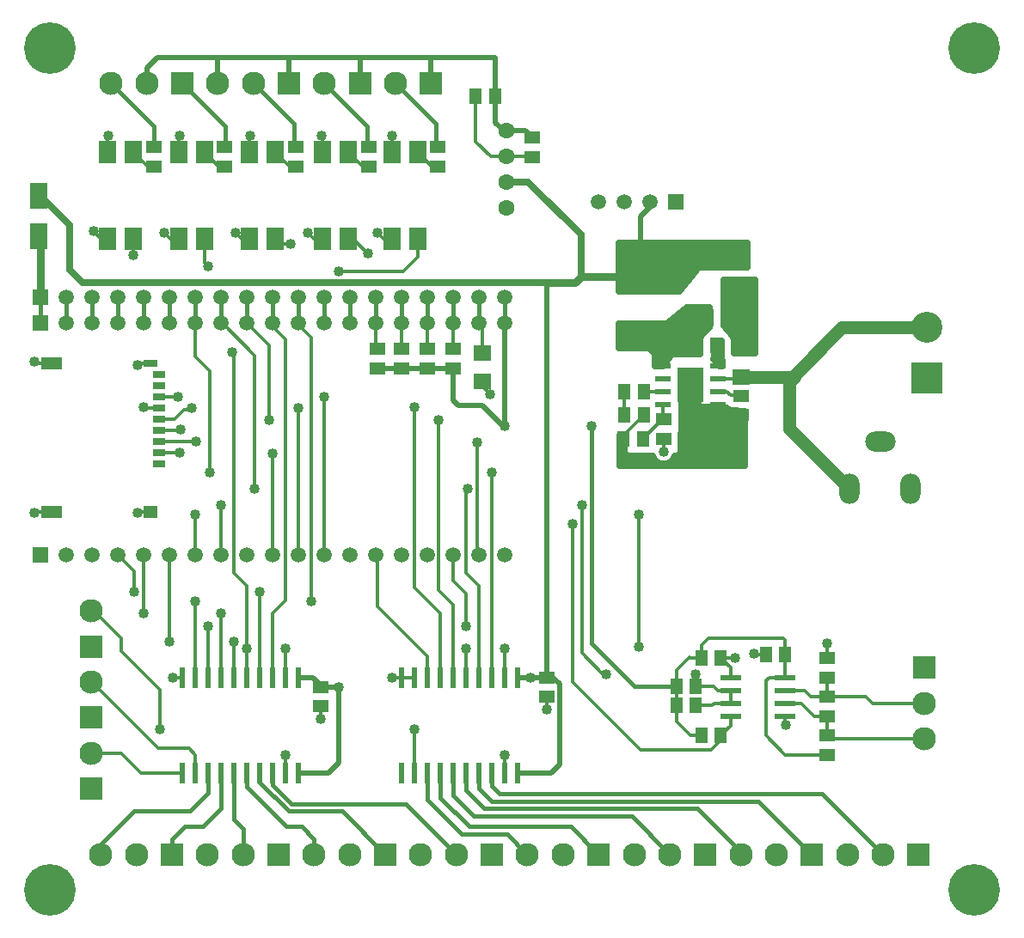
<source format=gbr>
G04 DipTrace 3.3.1.3*
G04 Top.gbr*
%MOIN*%
G04 #@! TF.FileFunction,Copper,L1,Top*
G04 #@! TF.Part,Single*
G04 #@! TA.AperFunction,Conductor*
%ADD14C,0.012*%
%ADD15C,0.02*%
%ADD16C,0.016*%
G04 #@! TA.AperFunction,CopperBalancing*
%ADD18C,0.025*%
G04 #@! TA.AperFunction,ViaPad*
%ADD19C,0.03*%
G04 #@! TA.AperFunction,Conductor*
%ADD20C,0.05*%
%ADD24R,0.070866X0.062992*%
%ADD25R,0.051181X0.059055*%
%ADD26R,0.059055X0.051181*%
%ADD28R,0.098425X0.066929*%
G04 #@! TA.AperFunction,ComponentPad*
%ADD29R,0.059055X0.059055*%
%ADD30C,0.059055*%
%ADD31R,0.051181X0.027559*%
%ADD32R,0.07874X0.047244*%
%ADD33R,0.055118X0.047244*%
%ADD34R,0.055118X0.031496*%
G04 #@! TA.AperFunction,ComponentPad*
%ADD35O,0.07874X0.11811*%
%ADD36O,0.11811X0.07874*%
%ADD37R,0.137795X0.09252*%
G04 #@! TA.AperFunction,ComponentPad*
%ADD38C,0.2*%
%ADD39R,0.066929X0.086614*%
G04 #@! TA.AperFunction,ComponentPad*
%ADD40C,0.062992*%
%ADD41R,0.12X0.12*%
%ADD42C,0.12*%
%ADD43R,0.090551X0.090551*%
%ADD44C,0.090551*%
%ADD46R,0.062992X0.024016*%
%ADD47R,0.10315X0.138189*%
%ADD48R,0.07874X0.023622*%
%ADD49R,0.023622X0.07874*%
%ADD51R,0.066929X0.098425*%
G04 #@! TA.AperFunction,ViaPad*
%ADD52C,0.04*%
%FSLAX26Y26*%
G04*
G70*
G90*
G75*
G01*
G04 Top*
%LPD*%
X3381298Y1356200D2*
D14*
X3381200Y1443700D1*
X3381298Y1356200D2*
X3318700D1*
X3306200Y1343700D1*
Y1131200D1*
X3381003Y1056397D1*
X3543700D1*
X3056397Y1131200D2*
X3013090D1*
X2960039Y1184251D1*
Y1246948D1*
Y1321948D1*
Y1384645D1*
X3009842Y1434448D1*
X3013090Y1431200D1*
X3056397D1*
X3381200Y1443700D2*
Y1500590D1*
X3372342Y1509448D1*
X3084842D1*
X3056397Y1481003D1*
Y1431200D1*
X1799949Y2556200D2*
D15*
X1893700D1*
X1993700D1*
X2093700D1*
X2960039Y1321948D2*
D16*
X2796703D1*
X2631200Y1487451D1*
Y2331200D1*
X1037451Y2318700D2*
D14*
X1034074Y2315323D1*
X952350D1*
X2293700Y2331200D2*
D15*
X2287451D1*
X2206200Y2412451D1*
X2112449D1*
X2093700Y2431200D1*
Y2556200D1*
X2293700Y2731200D2*
D16*
Y2831200D1*
Y2731200D2*
D15*
Y2331200D1*
X2754200Y2282200D2*
D14*
Y2295200D1*
X2832200Y2373200D1*
X3306397Y1443700D2*
X3263090D1*
X3259842Y1446948D1*
X3381298Y1206200D2*
Y1175491D1*
X3384842Y1171948D1*
X2456200Y1231200D2*
Y1281397D1*
X1581200Y1243897D2*
Y1193700D1*
X1443700Y986121D2*
Y1056200D1*
X1043700Y1356200D2*
X1006200D1*
X1943700D2*
X1893700D1*
X1856200D1*
X536995Y2575166D2*
X474734D1*
X468700Y2581200D1*
X536995Y1997213D2*
X472213D1*
X468700Y1993700D1*
X918885Y1997213D2*
X872213D1*
X868700Y1993700D1*
X918885Y2575166D2*
X875166D1*
X868700Y2568700D1*
X952350Y2401938D2*
X897962D1*
X893700Y2406200D1*
X2293700Y986121D2*
Y1056200D1*
X753838Y3059054D2*
X728344D1*
X699949Y3087449D1*
X1029428Y3059054D2*
X997095D1*
X974949Y3081200D1*
X1305019Y3059054D2*
X1272095D1*
X1249949Y3081200D1*
X1587794Y3059054D2*
X1553346D1*
X1531200Y3081200D1*
X1856200Y3059054D2*
X1822095D1*
X1799949Y3081200D1*
X3543700Y1431200D2*
Y1487451D1*
X993700Y2731200D2*
D16*
Y2831200D1*
X2206200Y2506200D2*
D14*
Y2487451D1*
X2237451Y2456200D1*
X1093700Y2731200D2*
D16*
Y2831200D1*
Y2731200D2*
D14*
Y2599949D1*
X1149949Y2543700D1*
Y2149951D1*
X2243700D2*
Y1356200D1*
X1193700Y2731200D2*
D16*
Y2831200D1*
Y2731200D2*
D14*
X1199951D1*
X1324951Y2606200D1*
Y2087451D1*
X2149951D2*
X2143700Y2081200D1*
Y1762451D1*
X2193700Y1712451D1*
Y1356200D1*
X1293700Y2731200D2*
D16*
Y2831200D1*
X2093700Y1356200D2*
D14*
Y1637449D1*
X2037449Y1693700D1*
Y2356200D1*
X1381200D2*
Y2643700D1*
X1293700Y2731200D1*
X1593700D2*
D16*
Y2831200D1*
X1943700Y2406200D2*
D14*
Y1706200D1*
X2043700Y1606200D1*
Y1356200D1*
X1594487Y3661417D2*
D16*
X1761810Y3494094D1*
Y3418109D1*
X1766535Y3413385D1*
X1243700Y1356200D2*
D14*
Y1493700D1*
X993700D2*
Y1831200D1*
X1193700Y1356200D2*
Y1606200D1*
X893700D2*
Y1831200D1*
X2910200Y2230200D2*
Y2282200D1*
X1581200Y1318700D2*
D15*
Y1325834D1*
X1550834Y1356200D1*
X1493700D1*
X2343700D2*
X2394079D1*
X2456200D1*
X1581200Y1318700D2*
X1649949D1*
Y1024949D1*
X1611121Y986121D1*
X1493700D1*
X2456200Y1356200D2*
X2481200D1*
X2506200Y1331200D1*
Y1018700D1*
X2473621Y986121D1*
X2343700D1*
X2456200Y1356200D2*
Y2887451D1*
D19*
X2565361D1*
X2588591Y2910680D1*
X2819754D1*
X2856200Y3199949D2*
D15*
Y3181839D1*
X2819754Y3145393D1*
Y2910680D1*
X2299901Y3277165D2*
D18*
X2385235D1*
X2588591Y3073809D1*
Y2910680D1*
X487449Y3226180D2*
X492469D1*
X606200Y3112451D1*
Y2937449D1*
X656199Y2887451D1*
X2456200D1*
X1993700Y1356200D2*
D14*
Y1437449D1*
X1799949Y1631200D1*
Y1824951D1*
X1793700Y1831200D1*
X1343700Y986121D2*
D16*
Y949606D1*
X1456692Y836613D1*
X1663385D1*
X1830708Y669291D1*
X767716Y3661417D2*
X935039Y3494094D1*
Y3415846D1*
X932578Y3413385D1*
X2106298Y669291D2*
X1909448Y866141D1*
X1466535D1*
X1393700Y938976D1*
Y986121D1*
X3168700Y1206200D2*
D14*
Y1168700D1*
X3131200Y1131200D1*
Y1112451D1*
X3093700Y1074951D1*
X2818700D1*
X2556200Y1337451D1*
Y1949949D1*
X3168700Y1256200D2*
X3106200D1*
X3096948Y1246948D1*
X3034842D1*
X3168700Y1306200D2*
X3118700D1*
X3102952Y1321948D1*
X3034842D1*
X3168700Y1256200D2*
Y1306200D1*
X3034842Y1321948D2*
Y1368700D1*
X2687451D2*
X2674951D1*
X2593700Y1449951D1*
Y2024949D1*
X1193700D2*
Y1831200D1*
X1143700Y1356200D2*
Y1556200D1*
X2143700D2*
Y1681200D1*
X2093700Y1731200D1*
Y1831200D1*
X1493700Y2731200D2*
D16*
Y2831200D1*
X1093700Y1356200D2*
D14*
Y1649951D1*
X1543700D2*
Y2674951D1*
X1493700Y2724951D1*
Y2731200D1*
X1687794Y3059054D2*
X1703346D1*
X1762451Y2999949D1*
X1993700Y2731200D2*
D16*
Y2831200D1*
Y2731200D2*
D14*
Y2631003D1*
X1405019Y3059054D2*
X1397096D1*
X1418700Y3037451D1*
X1462451D1*
X2093700Y2731200D2*
D16*
Y2831200D1*
Y2731200D2*
D14*
Y2631003D1*
X688976Y1338582D2*
X692567D1*
X949949Y1081200D1*
X1068700D1*
X1093700Y1056200D1*
Y986121D1*
X1318897Y3661417D2*
D16*
X1476377Y3503936D1*
Y3420767D1*
X1483759Y3413385D1*
X1693700Y2731200D2*
Y2831200D1*
X1956200Y3059054D2*
D14*
Y2987449D1*
X1899951Y2931200D1*
X1649949D1*
X1893700Y2731200D2*
D16*
Y2831200D1*
X853838Y3059054D2*
D14*
Y2996062D1*
X1893700Y2731200D2*
Y2631003D1*
X1129428Y3059054D2*
Y2964221D1*
X1143700Y2949949D1*
X1793700Y2731200D2*
D16*
Y2831200D1*
Y2731200D2*
D14*
Y2637252D1*
X1799949Y2631003D1*
X1393700Y2731200D2*
D16*
Y2831200D1*
Y1356200D2*
D14*
Y1606200D1*
X1443700Y1656200D1*
Y2668700D1*
X1393700Y2718700D1*
Y2731200D1*
X952350Y2272016D2*
X1096634D1*
X2187449Y2268700D2*
Y1837451D1*
X2193700Y1831200D1*
X952350Y2228709D2*
X1033691D1*
X1393700Y2224949D2*
Y1831200D1*
X2043700Y986121D2*
D16*
Y889369D1*
X2155511Y777558D1*
X2549212D1*
X2657480Y669291D1*
X2299901Y3477165D2*
D15*
X2288976D1*
X2256594Y3509546D1*
Y3610235D1*
X1456692Y3661417D2*
Y3759842D1*
X1732283D1*
Y3661417D1*
Y3759842D2*
X2007873D1*
X2256594D1*
Y3610235D1*
X2299901Y3477165D2*
X2372734D1*
X2399949Y3449949D1*
X1456692Y3759842D2*
Y3763066D1*
X1181102D1*
X948106D1*
X905511Y3720472D1*
Y3661417D1*
X1181102D2*
Y3763066D1*
X2007873Y3661417D2*
Y3759842D1*
X952350Y2445245D2*
D14*
X1026495D1*
X1593700Y2443700D2*
Y1831200D1*
X3168700Y1356200D2*
Y1393700D1*
X3131200Y1431200D1*
X3187449D1*
X2814960Y1476377D2*
Y1987451D1*
X1093700D2*
Y1831200D1*
X1493700D2*
Y2399951D1*
X1081200D2*
Y2393700D1*
X1049951D1*
X1014881Y2358630D1*
X952350D1*
X2181791Y3610235D2*
Y3434350D1*
X2238976Y3377165D1*
X2299901D1*
X753838Y3393700D2*
Y3456003D1*
X756987Y3459153D1*
X1029428Y3393700D2*
Y3456594D1*
X1031987Y3459153D1*
X1305019Y3393700D2*
Y3457184D1*
X1306987Y3459153D1*
X1587794Y3393700D2*
Y3453346D1*
X1581987Y3459153D1*
X1856200Y3393700D2*
Y3458365D1*
X1856987Y3459153D1*
X2299901Y3377165D2*
X2397931D1*
X2399949Y3375146D1*
X2093700Y986121D2*
D16*
Y898424D1*
X2175196Y816928D1*
X2785432D1*
X2933070Y669291D1*
X2143700Y986121D2*
Y917322D1*
X2214566Y846456D1*
X3041338D1*
X3208661Y679133D1*
Y669291D1*
X793700Y2731200D2*
Y2831200D1*
X693700Y2731200D2*
Y2831200D1*
X593700Y2731200D2*
Y2831200D1*
X1003936Y669291D2*
Y728346D1*
X1053149Y777558D1*
X1122046D1*
X1193700Y849212D1*
Y986121D1*
X1243700D2*
Y803543D1*
X1279527Y767716D1*
Y669291D1*
X2193700Y986121D2*
Y926377D1*
X2244094Y875983D1*
X3277558D1*
X3484251Y669291D1*
X1343700Y1356200D2*
D14*
Y1687451D1*
X856200D2*
Y1768700D1*
X793700Y1831200D1*
X2243700Y986121D2*
D16*
Y935432D1*
X2273621Y905511D1*
X3523621D1*
X3759842Y669291D1*
X3543700Y1131200D2*
D14*
Y1206397D1*
X3493503D1*
X3443700Y1256200D1*
X3381298D1*
X3918700Y1118109D2*
X3556791D1*
X3543700Y1131200D1*
X1208169Y3338582D2*
X1184546D1*
X1129428Y3393700D1*
X493700Y2731200D2*
D16*
Y2831200D1*
D19*
Y3062451D1*
X487449Y3068700D1*
X1870078Y3661417D2*
D16*
X2027558Y3503936D1*
Y3420767D1*
X2034940Y3413385D1*
X1293700Y986121D2*
Y930708D1*
X1446850Y777558D1*
X1505905D1*
X1555117Y728346D1*
Y669291D1*
X3543700Y1281200D2*
D14*
Y1356397D1*
Y1281200D2*
X3481200D1*
X3456200Y1306200D1*
X3381298D1*
X3918700Y1255905D2*
X3718995D1*
X3693700Y1281200D1*
X3543700D1*
X1483759Y3338582D2*
X1460137D1*
X1405019Y3393700D1*
X1766535Y3338582D2*
X1742913D1*
X1687794Y3393700D1*
X728346Y669291D2*
D16*
Y708661D1*
X856298Y836613D1*
X1072834D1*
X1143700Y907480D1*
Y986121D1*
X2034940Y3338582D2*
D14*
X2011318D1*
X1956200Y3393700D1*
X1043306Y3661417D2*
D16*
X1210629Y3494094D1*
Y3415846D1*
X1208169Y3413385D1*
X2381889Y669291D2*
X2303149Y748031D1*
X2125983D1*
X1993700Y880314D1*
Y986121D1*
X3119843Y2466252D2*
D14*
X3155148D1*
X3170200Y2451200D1*
X3206003D1*
X3209200Y2448003D1*
X688976Y1062991D2*
X807086D1*
X883956Y986121D1*
X1043700D1*
X688976Y1614172D2*
X700098D1*
X806200Y1508070D1*
Y1458070D1*
X956200Y1308070D1*
Y1156200D1*
X1943700D2*
Y986121D1*
X3119843Y2516252D2*
X3202489D1*
X3209200Y2522964D1*
X3931200Y2715550D2*
D20*
X3601377D1*
X3408791Y2522964D1*
X3209200D1*
X3631889Y2086613D2*
X3395669Y2322834D1*
Y2501388D1*
X3417245Y2522964D1*
X3408791D1*
X932578Y3338582D2*
D14*
X908956D1*
X853838Y3393700D1*
X2832200Y2464200D2*
X2905192D1*
X2907245Y2466252D1*
X2757397Y2373200D2*
Y2464200D1*
X2193700Y2731200D2*
D16*
Y2831200D1*
X2206200Y2616436D2*
D14*
Y2718700D1*
X2193700Y2731200D1*
X2907245Y2416252D2*
Y2359959D1*
X2910200Y2357003D1*
X2903806D1*
X2829003Y2282200D1*
X1443700Y1356200D2*
Y1468700D1*
X2143700D2*
Y1356200D1*
X2293700Y1468700D2*
Y1356200D1*
X893700Y2731200D2*
D16*
Y2831200D1*
X1293700Y1468700D2*
D14*
Y1712451D1*
X1243700Y1762451D1*
Y2612451D1*
X1237451Y2618700D1*
X1293700Y1356200D2*
Y1468700D1*
D52*
X2631200Y2331200D3*
X1037451Y2318700D3*
X2293700Y2331200D3*
D3*
X1149949Y2149951D3*
X2243700D3*
X1324951Y2087451D3*
X2149951D3*
X2037449Y2356200D3*
X1381200D3*
X1943700Y2406200D3*
X1243700Y1493700D3*
X993700D3*
X1193700Y1606200D3*
X893700D3*
X1649949Y1318700D3*
X2394079Y1356200D3*
X2556200Y1949949D3*
X3034842Y1368700D3*
X2687451D3*
X2593700Y2024949D3*
X1193700D3*
X1143700Y1556200D3*
X2143700D3*
X1093700Y1649951D3*
X1543700D3*
X1649949Y2931200D3*
X853838Y2996062D3*
X1096634Y2272016D3*
X2187449Y2268700D3*
X1033691Y2228709D3*
X1393700Y2224949D3*
X1026495Y2445245D3*
X1593700Y2443700D3*
X3187449Y1431200D3*
X2814960Y1476377D3*
Y1987451D3*
X1093700D3*
X1493700Y2399951D3*
X1081200D3*
X1343700Y1687451D3*
X856200D3*
X956200Y1156200D3*
X1943700D3*
X1443700Y1468700D3*
X2143700D3*
X2293700D3*
X1293700D3*
X1237451Y2618700D3*
X1443700Y1468700D3*
X1293700D3*
D19*
X3037449Y2531200D3*
X3014200Y2529200D3*
X2987449Y2531200D3*
X2988200Y2490200D3*
X3014200D3*
X3040200D3*
X2988200Y2451200D3*
X3014200D3*
X3040200D3*
X3248200Y2880200D3*
Y2841200D3*
D52*
X2910200Y2230200D3*
X2754200Y2997200D3*
X3259842Y1446948D3*
X3384842Y1171948D3*
X2456200Y1231200D3*
X1581200Y1193700D3*
X1443700Y1056200D3*
X1006200Y1356200D3*
X1856200D3*
X893700Y2406200D3*
X468700Y1993700D3*
Y2581200D3*
X868700Y1993700D3*
Y2568700D3*
X2237451Y2456200D3*
X2293700Y1056200D3*
X756987Y3459153D3*
X1031987D3*
X1306987D3*
X1581987D3*
X1856987D3*
X699949Y3087449D3*
X974949Y3081200D3*
X1249949D3*
X1531200D3*
X1799949D3*
X1143700Y2949949D3*
X1462451Y3037451D3*
X1762451Y2999949D3*
X3543700Y1487451D3*
X2741032Y3016333D2*
D18*
X3229726D1*
X2741032Y2991464D2*
X3229726D1*
X2741032Y2966595D2*
X3229726D1*
X2741032Y2941726D2*
X3037889D1*
X2741032Y2916857D2*
X3017974D1*
X2741032Y2891989D2*
X2998094D1*
X2741032Y2867120D2*
X2978214D1*
X2738514Y3041178D2*
Y2853718D1*
X2969990Y2853724D1*
X3042561Y2944204D1*
X3044949Y2945914D1*
X3047672Y2947019D1*
X3050582Y2947457D1*
X3232230Y2947464D1*
X3232209Y3041217D1*
X2738491Y3041201D1*
X2971910Y2766359D2*
X3085974D1*
X2942091Y2741490D2*
X3085974D1*
X2741032Y2716621D2*
X3085974D1*
X2741032Y2691752D2*
X3062578D1*
X2741032Y2666884D2*
X3048476D1*
X2741032Y2642015D2*
X3048476D1*
X2876531Y2617146D2*
X3048476D1*
X2878504Y2592277D2*
X2923132D1*
X2878504Y2567409D2*
X2905369D1*
X3067451Y2694133D2*
Y2697264D1*
X3070573D1*
X3088470Y2715161D1*
X3088474Y2791193D1*
X2999255Y2791228D1*
X2926145Y2730498D1*
X2923461Y2729300D1*
X2920569Y2728762D1*
X2738493Y2728734D1*
X2738514Y2634981D1*
X2852956Y2634843D1*
X2855784Y2634045D1*
X2858348Y2632609D1*
X2864839Y2626336D1*
X2873612Y2617346D1*
X2875048Y2614781D1*
X2875846Y2611953D1*
X2875999Y2600812D1*
Y2566255D1*
X2907027Y2566254D1*
X2935831Y2606267D1*
X2938124Y2608104D1*
X2940783Y2609356D1*
X2943659Y2609952D1*
X3050994Y2609999D1*
X3051132Y2674447D1*
X3051930Y2677275D1*
X3053365Y2679839D1*
X3061136Y2687826D1*
X3067453Y2694144D1*
X3147239Y2872598D2*
X3260944D1*
X3147239Y2847729D2*
X3260944D1*
X3147239Y2822860D2*
X3260944D1*
X3147239Y2797991D2*
X3260944D1*
X3147239Y2773123D2*
X3260944D1*
X3147239Y2748254D2*
X3260944D1*
X3147239Y2723385D2*
X3260944D1*
X3169595Y2698516D2*
X3260944D1*
X3184703Y2673648D2*
X3260944D1*
X3184703Y2648779D2*
X3260944D1*
X3184703Y2623910D2*
X3260944D1*
X3160697Y2702228D2*
X3167094D1*
Y2694728D1*
X3180375Y2679023D1*
X3181606Y2676354D1*
X3182179Y2673472D1*
X3182217Y2616260D1*
X3263482Y2616249D1*
X3263456Y2897461D1*
X3144728Y2897466D1*
X3144721Y2720893D1*
X3160697Y2702221D1*
X2984037Y2516385D2*
X3042229D1*
X2983535Y2491516D2*
X3042229D1*
X2983067Y2466648D2*
X3042229D1*
X2982602Y2441779D2*
X3042229D1*
X2982099Y2416910D2*
X3042229D1*
X2981633Y2392041D2*
X3168972D1*
X2981166Y2367172D2*
X3220214D1*
X2980663Y2342304D2*
X3220214D1*
X2980197Y2317435D2*
X3220214D1*
X2743218Y2292566D2*
X2754745D1*
X2979730D2*
X3220214D1*
X2743218Y2267697D2*
X2754745D1*
X2979229D2*
X3220214D1*
X2743218Y2242829D2*
X2754745D1*
X2978762D2*
X3220214D1*
X2743218Y2217960D2*
X2761004D1*
X2972230D2*
X3220214D1*
X2743218Y2193091D2*
X2879674D1*
X2940725D2*
X3220214D1*
X3163712Y2395913D2*
X3153172D1*
Y2401187D1*
X3141783Y2403768D1*
X3055273Y2403922D1*
X3052445Y2404720D1*
X3049881Y2406155D1*
X3047724Y2408150D1*
X3046091Y2410594D1*
X3045074Y2413350D1*
X3044729Y2416268D1*
Y2541252D1*
X2981980Y2541254D1*
X2975835Y2226833D1*
X2975037Y2224004D1*
X2973602Y2221440D1*
X2971607Y2219283D1*
X2969163Y2217650D1*
X2966407Y2216633D1*
X2963489Y2216288D1*
X2954553D1*
X2951632Y2209090D1*
X2947819Y2202868D1*
X2943081Y2197319D1*
X2937532Y2192581D1*
X2931310Y2188768D1*
X2924569Y2185976D1*
X2917474Y2184272D1*
X2910200Y2183700D1*
X2902926Y2184272D1*
X2895831Y2185976D1*
X2889090Y2188768D1*
X2882868Y2192581D1*
X2877319Y2197319D1*
X2872581Y2202868D1*
X2868768Y2209090D1*
X2865848Y2216284D1*
X2767804Y2216441D1*
X2764976Y2217239D1*
X2762411Y2218675D1*
X2760254Y2220670D1*
X2758621Y2223113D1*
X2757604Y2225869D1*
X2757259Y2228788D1*
Y2296932D1*
X2740733Y2296239D1*
X2740700Y2177690D1*
X3222720Y2177700D1*
X3222700Y2387646D1*
X3173141Y2391594D1*
X3170376Y2392590D1*
X3163733Y2395911D1*
X3109737Y2635123D2*
X3129713D1*
X3109737Y2610254D2*
X3129713D1*
X3113792Y2585385D2*
X3135957D1*
X3107225Y2659968D2*
X3107071Y2595544D1*
X3106273Y2592716D1*
X3104835Y2590149D1*
X3106178Y2588497D1*
X3111394Y2585300D1*
X3116048Y2581326D1*
X3120022Y2576672D1*
X3123218Y2571456D1*
X3125389Y2566263D1*
X3138462Y2566254D1*
X3138381Y2586161D1*
X3134607Y2590151D1*
X3133171Y2592716D1*
X3132373Y2595544D1*
X3132220Y2604998D1*
Y2659985D1*
X3107221Y2659991D1*
D24*
X3209200Y2633200D3*
Y2522964D3*
D25*
X3040200Y2646200D3*
X3115003D3*
D24*
X2206200Y2506200D3*
Y2616436D3*
D25*
X2832200Y2464200D3*
X2757397D3*
D26*
X2399949Y3449949D3*
Y3375146D3*
D24*
X3175966Y2866221D3*
Y2976457D3*
D25*
X3381200Y1443700D3*
X3306397D3*
D26*
X1581200Y1318700D3*
Y1243897D3*
X2456200Y1356200D3*
Y1281397D3*
D28*
X3053200Y2750200D3*
X3210680D3*
D29*
X493700Y2831200D3*
D30*
X593700D3*
X693700D3*
X793700D3*
X893700D3*
X993700D3*
X1093700D3*
X1193700D3*
X1293700D3*
X1393700D3*
X1493700D3*
X1593700D3*
X1693700D3*
X1793700D3*
X1893700D3*
X1993700D3*
X2093700D3*
X2193700D3*
X2293700D3*
D29*
X2956200Y3199949D3*
D30*
X2856200D3*
X2756200D3*
X2656200D3*
D29*
X493700Y2731200D3*
D30*
X593700D3*
X693700D3*
X793700D3*
X893700D3*
X993700D3*
X1093700D3*
X1193700D3*
X1293700D3*
X1393700D3*
X1493700D3*
X1593700D3*
X1693700D3*
X1793700D3*
X1893700D3*
X1993700D3*
X2093700D3*
X2193700D3*
X2293700D3*
D29*
X493700Y1831200D3*
D30*
X593700D3*
X693700D3*
X793700D3*
X893700D3*
X993700D3*
X1093700D3*
X1193700D3*
X1293700D3*
X1393700D3*
X1493700D3*
X1593700D3*
X1693700D3*
X1793700D3*
X1893700D3*
X1993700D3*
X2093700D3*
X2193700D3*
X2293700D3*
D31*
X952350Y2185402D3*
Y2228709D3*
Y2272016D3*
Y2315323D3*
Y2358630D3*
Y2401938D3*
Y2445245D3*
Y2488552D3*
Y2531859D3*
D32*
X536995Y1997213D3*
D33*
X918885D3*
D34*
Y2575166D3*
D32*
X536995D3*
D35*
X3631889Y2086613D3*
X3868109D3*
D36*
X3749999Y2271653D3*
D37*
X2819754Y2672491D3*
Y2910680D3*
D38*
X531495Y531495D3*
X4114172D3*
Y3799212D3*
X531495D3*
D39*
X853838Y3393700D3*
X753838D3*
Y3059054D3*
X853838D3*
X1129428Y3393700D3*
X1029428D3*
Y3059054D3*
X1129428D3*
X1405019Y3393700D3*
X1305019D3*
Y3059054D3*
X1405019D3*
X1687794Y3393700D3*
X1587794D3*
Y3059054D3*
X1687794D3*
X1956200Y3393700D3*
X1856200D3*
Y3059054D3*
X1956200D3*
D40*
X2299901Y3177165D3*
Y3277165D3*
Y3377165D3*
Y3477165D3*
D26*
X3209200Y2373200D3*
Y2448003D3*
D25*
X2832200Y2373200D3*
X2757397D3*
X2754200Y2282200D3*
X2829003D3*
D26*
X2910200D3*
Y2357003D3*
D25*
X2181791Y3610235D3*
X2256594D3*
X3034842Y1321948D3*
X2960039D3*
X3131200Y1431200D3*
X3056397D3*
X3034842Y1246948D3*
X2960039D3*
X3131200Y1131200D3*
X3056397D3*
D26*
X932578Y3413385D3*
Y3338582D3*
X1208169Y3413385D3*
Y3338582D3*
X1483759Y3413385D3*
Y3338582D3*
X1766535Y3413385D3*
Y3338582D3*
X2034940Y3413385D3*
Y3338582D3*
X3543700Y1131200D3*
Y1056397D3*
Y1431200D3*
Y1356397D3*
X1993700Y2556200D3*
Y2631003D3*
X1893700Y2556200D3*
Y2631003D3*
X1799949Y2556200D3*
Y2631003D3*
X2093700Y2556200D3*
Y2631003D3*
X3543700Y1281200D3*
Y1206397D3*
D41*
X3931200Y2518700D3*
D42*
Y2715550D3*
D43*
X1043306Y3661417D3*
D44*
X905511D3*
X767716D3*
D43*
X1456692D3*
D44*
X1318897D3*
X1181102D3*
D43*
X1732283D3*
D44*
X1594487D3*
D43*
X2007873D3*
D44*
X1870078D3*
D43*
X3918700Y1393700D3*
D44*
Y1255905D3*
Y1118109D3*
D43*
X1830708Y669291D3*
D44*
X1692913D3*
X1555117D3*
D43*
X2244094D3*
D44*
X2106298D3*
X1968503D3*
D43*
X1003936D3*
D44*
X866141D3*
X728346D3*
D43*
X1417322D3*
D44*
X1279527D3*
X1141731D3*
D43*
X688976Y1200787D3*
D44*
Y1338582D3*
D43*
Y925196D3*
D44*
Y1062991D3*
D43*
X2657480Y669291D3*
D44*
X2519684D3*
X2381889D3*
D43*
X3070865D3*
D44*
X2933070D3*
X2795275D3*
D43*
X3484251D3*
D44*
X3346456D3*
X3208661D3*
D43*
X3897637D3*
D44*
X3759842D3*
X3622046D3*
D43*
X688976Y1476377D3*
D44*
Y1614172D3*
D46*
X2907245Y2566252D3*
Y2516252D3*
Y2466252D3*
Y2416252D3*
X3119843D3*
Y2466252D3*
Y2516252D3*
Y2566252D3*
D47*
X3013544Y2491252D3*
D48*
X3168700Y1356200D3*
Y1306200D3*
Y1256200D3*
Y1206200D3*
X3381298D3*
Y1256200D3*
Y1306200D3*
Y1356200D3*
D49*
X1493700D3*
X1443700D3*
X1393700D3*
X1343700D3*
X1293700D3*
X1243700D3*
X1193700D3*
X1143700D3*
X1093700D3*
X1043700D3*
Y986121D3*
X1093700D3*
X1143700D3*
X1193700D3*
X1243700D3*
X1293700D3*
X1343700D3*
X1393700D3*
X1443700D3*
X1493700D3*
X2343700Y1356200D3*
X2293700D3*
X2243700D3*
X2193700D3*
X2143700D3*
X2093700D3*
X2043700D3*
X1993700D3*
X1943700D3*
X1893700D3*
Y986121D3*
X1943700D3*
X1993700D3*
X2043700D3*
X2093700D3*
X2143700D3*
X2193700D3*
X2243700D3*
X2293700D3*
X2343700D3*
D51*
X487449Y3068700D3*
Y3226180D3*
M02*

</source>
